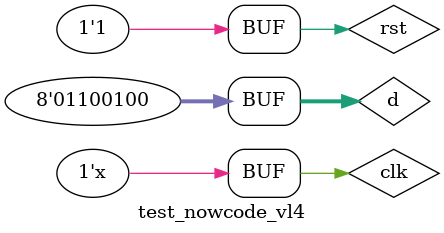
<source format=v>
`timescale 1ns/1ps

module test_nowcode_vl4();

// module NowCode_VL4(
//     input [7:0]d ,
//     input clk,
//     input rst,
//     output reg input_grant,
//     output reg [10:0]out
// );

reg clk;
reg rst;
reg [7:0] d;
wire input_grant;
wire [10:0] out;

initial begin
    clk = 1'b0;
    rst = 1'b0;
    d = 100;
    #20;
    rst = 1'b1;
end

always #5 clk = ~clk;

NowCode_VL4_2 u_vl4(
    .d(d),
    .clk(clk),
    .rst(rst),
    .input_grant(input_grant),
    .out(out)
);

endmodule

</source>
